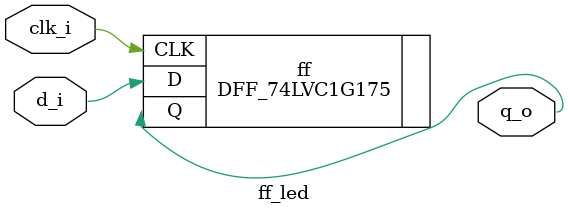
<source format=v>

module ff_led (
  input  clk_i,
  input  d_i,
  output q_o
);
  DFF_74LVC1G175 ff (
    .CLK ( clk_i ),
    .D   ( d_i   ),
    .Q   ( q_o   )
  );
endmodule

</source>
